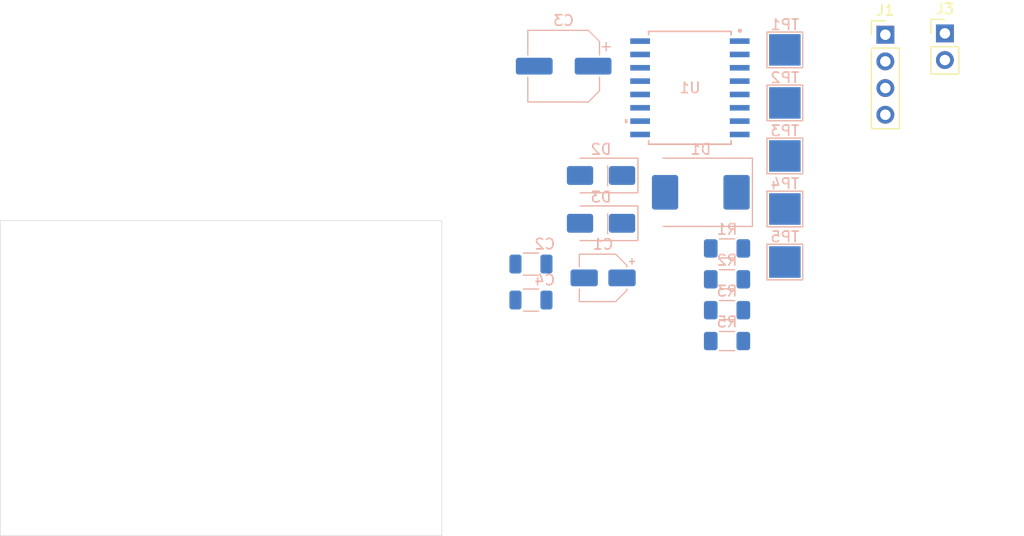
<source format=kicad_pcb>
(kicad_pcb (version 20240108) (generator "pcbnew") (generator_version "8.0")
  (layers (0 "F.Cu" signal) (31 "B.Cu" signal) (34 "B.Paste" user) (35 "F.Paste" user) (36 "B.SilkS" user "B.Silkscreen") (37 "F.SilkS" user "F.Silkscreen") (38 "B.Mask" user) (39 "F.Mask" user) (44 "Edge.Cuts" user))
  (net 0 "")
  (net 1 "+12V")
  (net 2 "GND")
  (net 3 "VB")
  (net 4 "VS")
  (net 5 "Net-(J1-Pin_3)")
  (net 6 "+3.3V")
  (net 7 "Net-(J1-Pin_2)")
  (net 8 "Net-(J1-Pin_4)")
  (net 9 "Net-(D2-K)")
  (net 10 "Net-(D2-A)")
  (net 11 "Net-(D3-K)")
  (net 12 "Net-(D3-A)")
  (footprint "Connector_PinHeader_2.54mm:PinHeader_1x04_P2.54mm_Vertical" (layer "F.Cu") (at 170.9166 53.086)
    (property "Reference" "J1" (at 0 -2.33 0) (layer "F.SilkS"))
    (property "Value" "Conn_01x04_Pin")
    (fp_line (start -1.33 -1.33) (end 0 -1.33) (stroke (width 0.12)) (layer "F.SilkS"))
    (fp_line (start -1.33 0) (end -1.33 -1.33) (stroke (width 0.12)) (layer "F.SilkS"))
    (fp_line (start -1.33 1.27) (end -1.33 8.95) (stroke (width 0.12)) (layer "F.SilkS"))
    (fp_line (start -1.33 1.27) (end 1.33 1.27) (stroke (width 0.12)) (layer "F.SilkS"))
    (fp_line (start -1.33 8.95) (end 1.33 8.95) (stroke (width 0.12)) (layer "F.SilkS"))
    (fp_line (start 1.33 1.27) (end 1.33 8.95) (stroke (width 0.12)) (layer "F.SilkS"))
    (pad "1" thru_hole rect (at 0 0) (size 1.7 1.7) (drill 1) (layers "*.Cu" "*.Mask") (net 6 "+3.3V"))
    (pad "2" thru_hole oval (at 0 2.54) (size 1.7 1.7) (drill 1) (layers "*.Cu" "*.Mask") (net 7 "Net-(J1-Pin_2)"))
    (pad "3" thru_hole oval (at 0 5.08) (size 1.7 1.7) (drill 1) (layers "*.Cu" "*.Mask") (net 5 "Net-(J1-Pin_3)"))
    (pad "4" thru_hole oval (at 0 7.62) (size 1.7 1.7) (drill 1) (layers "*.Cu" "*.Mask") (net 8 "Net-(J1-Pin_4)"))
  )
  (footprint "Connector_PinHeader_2.54mm:PinHeader_1x02_P2.54mm_Vertical" (layer "F.Cu") (at 176.5808 52.959)
    (property "Reference" "J3" (at 0 -2.33 0) (layer "F.SilkS"))
    (property "Value" "Conn_01x02_Socket")
    (fp_line (start -1.33 -1.33) (end 0 -1.33) (stroke (width 0.12)) (layer "F.SilkS"))
    (fp_line (start -1.33 0) (end -1.33 -1.33) (stroke (width 0.12)) (layer "F.SilkS"))
    (fp_line (start -1.33 1.27) (end -1.33 3.87) (stroke (width 0.12)) (layer "F.SilkS"))
    (fp_line (start -1.33 1.27) (end 1.33 1.27) (stroke (width 0.12)) (layer "F.SilkS"))
    (fp_line (start -1.33 3.87) (end 1.33 3.87) (stroke (width 0.12)) (layer "F.SilkS"))
    (fp_line (start 1.33 1.27) (end 1.33 3.87) (stroke (width 0.12)) (layer "F.SilkS"))
    (pad "1" thru_hole rect (at 0 0) (size 1.7 1.7) (drill 1) (layers "*.Cu" "*.Mask") (net 1 "+12V"))
    (pad "2" thru_hole oval (at 0 2.54) (size 1.7 1.7) (drill 1) (layers "*.Cu" "*.Mask") (net 2 "GND"))
  )
  (footprint "charge_battery_footprint_lib:Res_1206" (layer "B.Cu") (at 155.8559 76.375 180)
    (property "Reference" "R2" (at 0 1.82 0) (layer "B.SilkS") (effects (justify mirror)))
    (property "Value" "10K/1%/1_4W")
    (fp_line (start 0.727064 0.91) (end -0.727064 0.91) (stroke (width 0.12)) (layer "B.SilkS"))
    (fp_line (start 0.727064 -0.91) (end -0.727064 -0.91) (stroke (width 0.12)) (layer "B.SilkS"))
    (pad "1" smd roundrect (at -1.55 0 180) (size 1.3 1.75) (layers "B.Cu" "B.Paste" "B.Mask") (roundrect_rratio 0.192308) (net 2 "GND"))
    (pad "2" smd roundrect (at 1.55 0 180) (size 1.3 1.75) (layers "B.Cu" "B.Paste" "B.Mask") (roundrect_rratio 0.192308) (net 10 "Net-(D2-A)"))
  )
  (footprint "TestPoint:TestPoint_Pad_3.0x3.0mm" (layer "B.Cu") (at 161.3559 59.58 180)
    (property "Reference" "TP2" (at 0 2.398 0) (layer "B.SilkS") (effects (justify mirror)))
    (property "Value" "S_HIGH")
    (fp_line (start 1.7 1.7) (end -1.7 1.7) (stroke (width 0.12)) (layer "B.SilkS"))
    (fp_line (start 1.7 -1.7) (end 1.7 1.7) (stroke (width 0.12)) (layer "B.SilkS"))
    (fp_line (start -1.7 1.7) (end -1.7 -1.7) (stroke (width 0.12)) (layer "B.SilkS"))
    (fp_line (start -1.7 -1.7) (end 1.7 -1.7) (stroke (width 0.12)) (layer "B.SilkS"))
    (pad "1" smd rect (at 0 0 180) (size 3 3) (layers "B.Cu" "B.Mask") (net 4 "VS"))
  )
  (footprint "TestPoint:TestPoint_Pad_3.0x3.0mm" (layer "B.Cu") (at 161.3559 54.53 180)
    (property "Reference" "TP1" (at 0 2.398 0) (layer "B.SilkS") (effects (justify mirror)))
    (property "Value" "G_HIGH")
    (fp_line (start 1.7 1.7) (end -1.7 1.7) (stroke (width 0.12)) (layer "B.SilkS"))
    (fp_line (start 1.7 -1.7) (end 1.7 1.7) (stroke (width 0.12)) (layer "B.SilkS"))
    (fp_line (start -1.7 1.7) (end -1.7 -1.7) (stroke (width 0.12)) (layer "B.SilkS"))
    (fp_line (start -1.7 -1.7) (end 1.7 -1.7) (stroke (width 0.12)) (layer "B.SilkS"))
    (pad "1" smd rect (at 0 0 180) (size 3 3) (layers "B.Cu" "B.Mask") (net 12 "Net-(D3-A)"))
  )
  (footprint "charge_battery_footprint_lib:Ceramic_Cap_1206" (layer "B.Cu") (at 139.4409 75.9902 180)
    (property "Reference" "C2" (at 0.9144 2.9718 0) (layer "B.SilkS") (effects (justify mirror)))
    (property "Value" "100nF/50V")
    (fp_line (start 2.948252 2.1152) (end 1.525748 2.1152) (stroke (width 0.12)) (layer "B.SilkS"))
    (fp_line (start 2.948252 0.007) (end 1.525748 0.007) (stroke (width 0.12)) (layer "B.SilkS"))
    (pad "1" smd roundrect (at 0.762 1.0668 180) (size 1.15 1.8) (layers "B.Cu" "B.Paste" "B.Mask") (roundrect_rratio 0.217391) (net 2 "GND"))
    (pad "2" smd roundrect (at 3.712 1.0668 180) (size 1.15 1.8) (layers "B.Cu" "B.Paste" "B.Mask") (roundrect_rratio 0.217391) (net 1 "+12V"))
  )
  (footprint "charge_battery_footprint_lib:Res_1206" (layer "B.Cu") (at 155.8559 82.255 180)
    (property "Reference" "R5" (at 0 1.82 0) (layer "B.SilkS") (effects (justify mirror)))
    (property "Value" "10K/1%/1_4W")
    (fp_line (start 0.727064 0.91) (end -0.727064 0.91) (stroke (width 0.12)) (layer "B.SilkS"))
    (fp_line (start 0.727064 -0.91) (end -0.727064 -0.91) (stroke (width 0.12)) (layer "B.SilkS"))
    (pad "1" smd roundrect (at -1.55 0 180) (size 1.3 1.75) (layers "B.Cu" "B.Paste" "B.Mask") (roundrect_rratio 0.192308) (net 4 "VS"))
    (pad "2" smd roundrect (at 1.55 0 180) (size 1.3 1.75) (layers "B.Cu" "B.Paste" "B.Mask") (roundrect_rratio 0.192308) (net 12 "Net-(D3-A)"))
  )
  (footprint "Capacitor_SMD:CP_Elec_6.3x5.4" (layer "B.Cu") (at 140.3159 56.08 180)
    (property "Reference" "C3" (at 0 4.35 0) (layer "B.SilkS") (effects (justify mirror)))
    (property "Value" "47uF/25V")
    (fp_line (start 3.41 3.41) (end -2.345563 3.41) (stroke (width 0.12)) (layer "B.SilkS"))
    (fp_line (start 3.41 1.06) (end 3.41 3.41) (stroke (width 0.12)) (layer "B.SilkS"))
    (fp_line (start 3.41 -1.06) (end 3.41 -3.41) (stroke (width 0.12)) (layer "B.SilkS"))
    (fp_line (start 3.41 -3.41) (end -2.345563 -3.41) (stroke (width 0.12)) (layer "B.SilkS"))
    (fp_line (start -2.345563 3.41) (end -3.41 2.345563) (stroke (width 0.12)) (layer "B.SilkS"))
    (fp_line (start -2.345563 -3.41) (end -3.41 -2.345563) (stroke (width 0.12)) (layer "B.SilkS"))
    (fp_line (start -3.41 1.06) (end -3.41 2.345563) (stroke (width 0.12)) (layer "B.SilkS"))
    (fp_line (start -3.41 -1.06) (end -3.41 -2.345563) (stroke (width 0.12)) (layer "B.SilkS"))
    (fp_line (start -3.65 1.8475) (end -4.4375 1.8475) (stroke (width 0.12)) (layer "B.SilkS"))
    (fp_line (start -4.04375 1.45375) (end -4.04375 2.24125) (stroke (width 0.12)) (layer "B.SilkS"))
    (pad "1" smd roundrect (at -2.8 0 180) (size 3.5 1.6) (layers "B.Cu" "B.Paste" "B.Mask") (roundrect_rratio 0.15625) (net 3 "VB"))
    (pad "2" smd roundrect (at 2.8 0 180) (size 3.5 1.6) (layers "B.Cu" "B.Paste" "B.Mask") (roundrect_rratio 0.15625) (net 4 "VS"))
  )
  (footprint "charge_battery_footprint_lib:Res_1206" (layer "B.Cu") (at 155.8559 73.435 180)
    (property "Reference" "R1" (at 0 1.82 0) (layer "B.SilkS") (effects (justify mirror)))
    (property "Value" "5.1R/1%/1_4W")
    (fp_line (start 0.727064 0.91) (end -0.727064 0.91) (stroke (width 0.12)) (layer "B.SilkS"))
    (fp_line (start 0.727064 -0.91) (end -0.727064 -0.91) (stroke (width 0.12)) (layer "B.SilkS"))
    (pad "1" smd roundrect (at -1.55 0 180) (size 1.3 1.75) (layers "B.Cu" "B.Paste" "B.Mask") (roundrect_rratio 0.192308) (net 11 "Net-(D3-K)"))
    (pad "2" smd roundrect (at 1.55 0 180) (size 1.3 1.75) (layers "B.Cu" "B.Paste" "B.Mask") (roundrect_rratio 0.192308) (net 12 "Net-(D3-A)"))
  )
  (footprint "charge_battery_footprint_lib:D_SMC" (layer "B.Cu") (at 153.3609 68.09 180)
    (property "Reference" "D1" (at 0 4.1 0) (layer "B.SilkS") (effects (justify mirror)))
    (property "Value" "SS54_SMC")
    (fp_line (start 3.6 3.25) (end -4.91 3.25) (stroke (width 0.12)) (layer "B.SilkS"))
    (fp_line (start 3.6 -3.25) (end -4.91 -3.25) (stroke (width 0.12)) (layer "B.SilkS"))
    (fp_line (start -4.91 3.25) (end -4.91 -3.25) (stroke (width 0.12)) (layer "B.SilkS"))
    (pad "1" smd roundrect (at -3.4 0 90) (size 3.3 2.5) (layers "B.Cu" "B.Paste" "B.Mask") (roundrect_rratio 0.1) (net 1 "+12V"))
    (pad "2" smd roundrect (at 3.4 0 90) (size 3.3 2.5) (layers "B.Cu" "B.Paste" "B.Mask") (roundrect_rratio 0.1) (net 3 "VB"))
  )
  (footprint "charge_battery_footprint_lib:D_SMA" (layer "B.Cu") (at 143.8709 71.04 180)
    (property "Reference" "D3" (at 0 2.5 0) (layer "B.SilkS") (effects (justify mirror)))
    (property "Value" "SS54")
    (fp_line (start 2 1.65) (end -3.51 1.65) (stroke (width 0.12)) (layer "B.SilkS"))
    (fp_line (start 2 -1.65) (end -3.51 -1.65) (stroke (width 0.12)) (layer "B.SilkS"))
    (fp_line (start -0.635 -0.9906) (end -0.635 0.9144) (stroke (width 0.12)) (layer "B.SilkS"))
    (fp_line (start -3.51 -1.65) (end -3.51 1.65) (stroke (width 0.12)) (layer "B.SilkS"))
    (pad "1" smd roundrect (at 2 0 180) (size 2.5 1.8) (layers "B.Cu" "B.Paste" "B.Mask") (roundrect_rratio 0.1388888889) (net 12 "Net-(D3-A)"))
    (pad "2" smd roundrect (at -2 0 180) (size 2.5 1.8) (layers "B.Cu" "B.Paste" "B.Mask") (roundrect_rratio 0.1388888889) (net 11 "Net-(D3-K)"))
  )
  (footprint "TestPoint:TestPoint_Pad_3.0x3.0mm" (layer "B.Cu") (at 161.3559 74.73 180)
    (property "Reference" "TP5" (at 0 2.398 0) (layer "B.SilkS") (effects (justify mirror)))
    (property "Value" "D_LOW")
    (fp_line (start 1.7 1.7) (end -1.7 1.7) (stroke (width 0.12)) (layer "B.SilkS"))
    (fp_line (start 1.7 -1.7) (end 1.7 1.7) (stroke (width 0.12)) (layer "B.SilkS"))
    (fp_line (start -1.7 1.7) (end -1.7 -1.7) (stroke (width 0.12)) (layer "B.SilkS"))
    (fp_line (start -1.7 -1.7) (end 1.7 -1.7) (stroke (width 0.12)) (layer "B.SilkS"))
    (pad "1" smd rect (at 0 0 180) (size 3 3) (layers "B.Cu" "B.Mask") (net 4 "VS"))
  )
  (footprint "Capacitor_SMD:CP_Elec_4x5.4" (layer "B.Cu") (at 144.0659 76.24 180)
    (property "Reference" "C1" (at 0 3.2 0) (layer "B.SilkS") (effects (justify mirror)))
    (property "Value" "10uF/25V")
    (fp_line (start 2.26 2.26) (end -1.195563 2.26) (stroke (width 0.12)) (layer "B.SilkS"))
    (fp_line (start 2.26 1.06) (end 2.26 2.26) (stroke (width 0.12)) (layer "B.SilkS"))
    (fp_line (start 2.26 -1.06) (end 2.26 -2.26) (stroke (width 0.12)) (layer "B.SilkS"))
    (fp_line (start 2.26 -2.26) (end -1.195563 -2.26) (stroke (width 0.12)) (layer "B.SilkS"))
    (fp_line (start -1.195563 2.26) (end -2.26 1.195563) (stroke (width 0.12)) (layer "B.SilkS"))
    (fp_line (start -1.195563 -2.26) (end -2.26 -1.195563) (stroke (width 0.12)) (layer "B.SilkS"))
    (fp_line (start -2.26 1.06) (end -2.26 1.195563) (stroke (width 0.12)) (layer "B.SilkS"))
    (fp_line (start -2.26 -1.06) (end -2.26 -1.195563) (stroke (width 0.12)) (layer "B.SilkS"))
    (fp_line (start -2.5 1.56) (end -3 1.56) (stroke (width 0.12)) (layer "B.SilkS"))
    (fp_line (start -2.75 1.31) (end -2.75 1.81) (stroke (width 0.12)) (layer "B.SilkS"))
    (pad "1" smd roundrect (at -1.8 0 180) (size 2.6 1.6) (layers "B.Cu" "B.Paste" "B.Mask") (roundrect_rratio 0.15625) (net 1 "+12V"))
    (pad "2" smd roundrect (at 1.8 0 180) (size 2.6 1.6) (layers "B.Cu" "B.Paste" "B.Mask") (roundrect_rratio 0.15625) (net 2 "GND"))
  )
  (footprint "charge_battery_footprint_lib:Ceramic_Cap_1206" (layer "B.Cu") (at 139.4409 79.4154 180)
    (property "Reference" "C4" (at 0.9144 2.9718 0) (layer "B.SilkS") (effects (justify mirror)))
    (property "Value" "4.7uF/50V")
    (fp_line (start 2.948252 2.1152) (end 1.525748 2.1152) (stroke (width 0.12)) (layer "B.SilkS"))
    (fp_line (start 2.948252 0.007) (end 1.525748 0.007) (stroke (width 0.12)) (layer "B.SilkS"))
    (pad "1" smd roundrect (at 0.762 1.0668 180) (size 1.15 1.8) (layers "B.Cu" "B.Paste" "B.Mask") (roundrect_rratio 0.217391) (net 3 "VB"))
    (pad "2" smd roundrect (at 3.712 1.0668 180) (size 1.15 1.8) (layers "B.Cu" "B.Paste" "B.Mask") (roundrect_rratio 0.217391) (net 4 "VS"))
  )
  (footprint "charge_battery_footprint_lib:SOP-16" (layer "B.Cu") (at 152.3238 58.1406 180)
    (property "Reference" "U1" (at 0 0 0) (layer "B.SilkS") (effects (justify mirror)))
    (property "Value" "IR2110STRPBF")
    (fp_line (start 3.9243 5.3721) (end 3.9243 5.04444) (stroke (width 0.1524)) (layer "B.SilkS"))
    (fp_line (start 3.9243 -5.04444) (end 3.9243 -5.3721) (stroke (width 0.1524)) (layer "B.SilkS"))
    (fp_line (start 3.9243 -5.3721) (end -3.9243 -5.3721) (stroke (width 0.1524)) (layer "B.SilkS"))
    (fp_line (start -3.9243 5.3721) (end 3.9243 5.3721) (stroke (width 0.1524)) (layer "B.SilkS"))
    (fp_line (start -3.9243 5.04444) (end -3.9243 5.3721) (stroke (width 0.1524)) (layer "B.SilkS"))
    (fp_line (start -3.9243 -5.3721) (end -3.9243 -5.04444) (stroke (width 0.1524)) (layer "B.SilkS"))
    (fp_circle (center -4.7498 5.4356) (end -4.6498 5.4356) (stroke (width 0.2)) (fill none) (layer "B.SilkS"))
    (fp_poly (pts (xy 6.1849 -2.9845) (xy 6.1849 -3.3655) (xy 5.9309 -3.3655) (xy 5.9309 -2.9845)) (fill solid) (layer "B.SilkS"))
    (pad "1" smd rect (at -4.7371 4.445 180) (size 1.8796 0.5334) (layers "B.Cu" "B.Paste" "B.Mask") (net 9 "Net-(D2-K)"))
    (pad "2" smd rect (at -4.7371 3.175 180) (size 1.8796 0.5334) (layers "B.Cu" "B.Paste" "B.Mask") (net 2 "GND"))
    (pad "3" smd rect (at -4.7371 1.905 180) (size 1.8796 0.5334) (layers "B.Cu" "B.Paste" "B.Mask") (net 1 "+12V"))
    (pad "4" smd rect (at -4.7371 0.635 180) (size 1.8796 0.5334) (layers "B.Cu" "B.Paste" "B.Mask"))
    (pad "5" smd rect (at -4.7371 -0.635 180) (size 1.8796 0.5334) (layers "B.Cu" "B.Paste" "B.Mask"))
    (pad "6" smd rect (at -4.7371 -1.905 180) (size 1.8796 0.5334) (layers "B.Cu" "B.Paste" "B.Mask") (net 4 "VS"))
    (pad "7" smd rect (at -4.7371 -3.175 180) (size 1.8796 0.5334) (layers "B.Cu" "B.Paste" "B.Mask") (net 3 "VB"))
    (pad "8" smd rect (at -4.7371 -4.445 180) (size 1.8796 0.5334) (layers "B.Cu" "B.Paste" "B.Mask") (net 11 "Net-(D3-K)"))
    (pad "9" smd rect (at 4.7371 -4.445 180) (size 1.8796 0.5334) (layers "B.Cu" "B.Paste" "B.Mask"))
    (pad "10" smd rect (at 4.7371 -3.175 180) (size 1.8796 0.5334) (layers "B.Cu" "B.Paste" "B.Mask"))
    (pad "11" smd rect (at 4.7371 -1.905 180) (size 1.8796 0.5334) (layers "B.Cu" "B.Paste" "B.Mask") (net 6 "+3.3V"))
    (pad "12" smd rect (at 4.7371 -0.635 180) (size 1.8796 0.5334) (layers "B.Cu" "B.Paste" "B.Mask") (net 7 "Net-(J1-Pin_2)"))
    (pad "13" smd rect (at 4.7371 0.635 180) (size 1.8796 0.5334) (layers "B.Cu" "B.Paste" "B.Mask") (net 5 "Net-(J1-Pin_3)"))
    (pad "14" smd rect (at 4.7371 1.905 180) (size 1.8796 0.5334) (layers "B.Cu" "B.Paste" "B.Mask") (net 8 "Net-(J1-Pin_4)"))
    (pad "15" smd rect (at 4.7371 3.175 180) (size 1.8796 0.5334) (layers "B.Cu" "B.Paste" "B.Mask") (net 2 "GND"))
    (pad "16" smd rect (at 4.7371 4.445 180) (size 1.8796 0.5334) (layers "B.Cu" "B.Paste" "B.Mask"))
  )
  (footprint "TestPoint:TestPoint_Pad_3.0x3.0mm" (layer "B.Cu") (at 161.3559 69.68 180)
    (property "Reference" "TP4" (at 0 2.398 0) (layer "B.SilkS") (effects (justify mirror)))
    (property "Value" "S_LOW")
    (fp_line (start 1.7 1.7) (end -1.7 1.7) (stroke (width 0.12)) (layer "B.SilkS"))
    (fp_line (start 1.7 -1.7) (end 1.7 1.7) (stroke (width 0.12)) (layer "B.SilkS"))
    (fp_line (start -1.7 1.7) (end -1.7 -1.7) (stroke (width 0.12)) (layer "B.SilkS"))
    (fp_line (start -1.7 -1.7) (end 1.7 -1.7) (stroke (width 0.12)) (layer "B.SilkS"))
    (pad "1" smd rect (at 0 0 180) (size 3 3) (layers "B.Cu" "B.Mask") (net 2 "GND"))
  )
  (footprint "charge_battery_footprint_lib:D_SMA" (layer "B.Cu") (at 143.8709 66.49 180)
    (property "Reference" "D2" (at 0 2.5 0) (layer "B.SilkS") (effects (justify mirror)))
    (property "Value" "SS54")
    (fp_line (start 2 1.65) (end -3.51 1.65) (stroke (width 0.12)) (layer "B.SilkS"))
    (fp_line (start 2 -1.65) (end -3.51 -1.65) (stroke (width 0.12)) (layer "B.SilkS"))
    (fp_line (start -0.635 -0.9906) (end -0.635 0.9144) (stroke (width 0.12)) (layer "B.SilkS"))
    (fp_line (start -3.51 -1.65) (end -3.51 1.65) (stroke (width 0.12)) (layer "B.SilkS"))
    (pad "1" smd roundrect (at 2 0 180) (size 2.5 1.8) (layers "B.Cu" "B.Paste" "B.Mask") (roundrect_rratio 0.1388888889) (net 10 "Net-(D2-A)"))
    (pad "2" smd roundrect (at -2 0 180) (size 2.5 1.8) (layers "B.Cu" "B.Paste" "B.Mask") (roundrect_rratio 0.1388888889) (net 9 "Net-(D2-K)"))
  )
  (footprint "charge_battery_footprint_lib:Res_1206" (layer "B.Cu") (at 155.8559 79.315 180)
    (property "Reference" "R3" (at 0 1.82 0) (layer "B.SilkS") (effects (justify mirror)))
    (property "Value" "5.1R/1%/1_4W")
    (fp_line (start 0.727064 0.91) (end -0.727064 0.91) (stroke (width 0.12)) (layer "B.SilkS"))
    (fp_line (start 0.727064 -0.91) (end -0.727064 -0.91) (stroke (width 0.12)) (layer "B.SilkS"))
    (pad "1" smd roundrect (at -1.55 0 180) (size 1.3 1.75) (layers "B.Cu" "B.Paste" "B.Mask") (roundrect_rratio 0.192308) (net 9 "Net-(D2-K)"))
    (pad "2" smd roundrect (at 1.55 0 180) (size 1.3 1.75) (layers "B.Cu" "B.Paste" "B.Mask") (roundrect_rratio 0.192308) (net 10 "Net-(D2-A)"))
  )
  (footprint "TestPoint:TestPoint_Pad_3.0x3.0mm" (layer "B.Cu") (at 161.3559 64.63 180)
    (property "Reference" "TP3" (at 0 2.398 0) (layer "B.SilkS") (effects (justify mirror)))
    (property "Value" "G_LOW")
    (fp_line (start 1.7 1.7) (end -1.7 1.7) (stroke (width 0.12)) (layer "B.SilkS"))
    (fp_line (start 1.7 -1.7) (end 1.7 1.7) (stroke (width 0.12)) (layer "B.SilkS"))
    (fp_line (start -1.7 1.7) (end -1.7 -1.7) (stroke (width 0.12)) (layer "B.SilkS"))
    (fp_line (start -1.7 -1.7) (end 1.7 -1.7) (stroke (width 0.12)) (layer "B.SilkS"))
    (pad "1" smd rect (at 0 0 180) (size 3 3) (layers "B.Cu" "B.Mask") (net 10 "Net-(D2-A)"))
  )
  (gr_rect (start 86.7214 70.7898) (end 128.7214 100.7898) (stroke (width 0.05)) (fill none) (layer "Edge.Cuts"))
)
</source>
